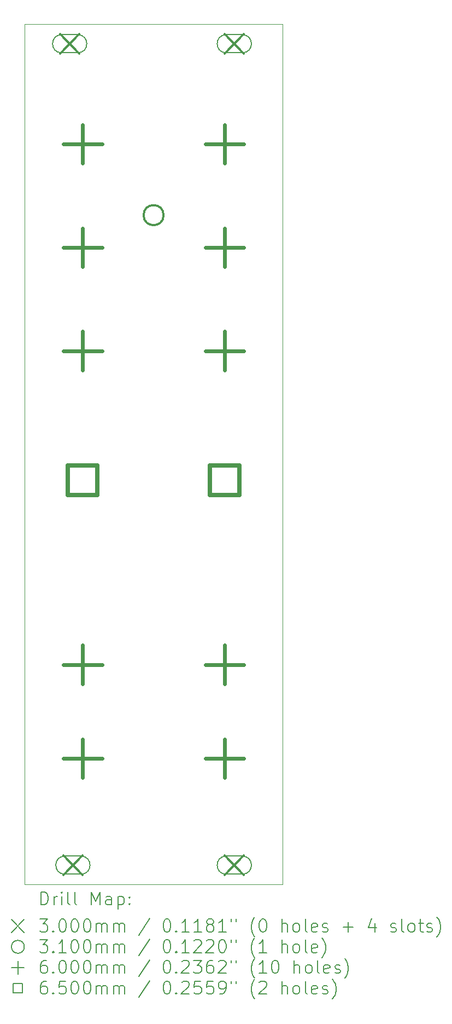
<source format=gbr>
%FSLAX45Y45*%
G04 Gerber Fmt 4.5, Leading zero omitted, Abs format (unit mm)*
G04 Created by KiCad (PCBNEW (6.0.1)) date 2022-02-07 18:00:14*
%MOMM*%
%LPD*%
G01*
G04 APERTURE LIST*
%TA.AperFunction,Profile*%
%ADD10C,0.050000*%
%TD*%
%ADD11C,0.200000*%
%ADD12C,0.300000*%
%ADD13C,0.310000*%
%ADD14C,0.600000*%
%ADD15C,0.650000*%
G04 APERTURE END LIST*
D10*
X11750000Y-1950000D02*
X11750000Y-14550000D01*
X11750000Y-1950000D02*
X15750000Y-1950000D01*
X15750000Y-1950000D02*
X15750000Y-15250000D01*
X15750000Y-15250000D02*
X11750000Y-15250000D01*
X11750000Y-15250000D02*
X11750000Y-14550000D01*
D11*
D12*
X12300000Y-2100000D02*
X12600000Y-2400000D01*
X12600000Y-2100000D02*
X12300000Y-2400000D01*
D11*
X12325000Y-2390000D02*
X12575000Y-2390000D01*
X12325000Y-2110000D02*
X12575000Y-2110000D01*
X12575000Y-2390000D02*
G75*
G03*
X12575000Y-2110000I0J140000D01*
G01*
X12325000Y-2110000D02*
G75*
G03*
X12325000Y-2390000I0J-140000D01*
G01*
D12*
X12350000Y-14800000D02*
X12650000Y-15100000D01*
X12650000Y-14800000D02*
X12350000Y-15100000D01*
D11*
X12375000Y-15090000D02*
X12625000Y-15090000D01*
X12375000Y-14810000D02*
X12625000Y-14810000D01*
X12625000Y-15090000D02*
G75*
G03*
X12625000Y-14810000I0J140000D01*
G01*
X12375000Y-14810000D02*
G75*
G03*
X12375000Y-15090000I0J-140000D01*
G01*
D12*
X14850000Y-2100000D02*
X15150000Y-2400000D01*
X15150000Y-2100000D02*
X14850000Y-2400000D01*
D11*
X14875000Y-2390000D02*
X15125000Y-2390000D01*
X14875000Y-2110000D02*
X15125000Y-2110000D01*
X15125000Y-2390000D02*
G75*
G03*
X15125000Y-2110000I0J140000D01*
G01*
X14875000Y-2110000D02*
G75*
G03*
X14875000Y-2390000I0J-140000D01*
G01*
D12*
X14850000Y-14800000D02*
X15150000Y-15100000D01*
X15150000Y-14800000D02*
X14850000Y-15100000D01*
D11*
X14875000Y-15090000D02*
X15125000Y-15090000D01*
X14875000Y-14810000D02*
X15125000Y-14810000D01*
X15125000Y-15090000D02*
G75*
G03*
X15125000Y-14810000I0J140000D01*
G01*
X14875000Y-14810000D02*
G75*
G03*
X14875000Y-15090000I0J-140000D01*
G01*
D13*
X13905000Y-4900000D02*
G75*
G03*
X13905000Y-4900000I-155000J0D01*
G01*
D14*
X12650000Y-3500000D02*
X12650000Y-4100000D01*
X12350000Y-3800000D02*
X12950000Y-3800000D01*
X12650000Y-5100000D02*
X12650000Y-5700000D01*
X12350000Y-5400000D02*
X12950000Y-5400000D01*
X12650000Y-6700000D02*
X12650000Y-7300000D01*
X12350000Y-7000000D02*
X12950000Y-7000000D01*
X12650000Y-11550000D02*
X12650000Y-12150000D01*
X12350000Y-11850000D02*
X12950000Y-11850000D01*
X12650000Y-13000000D02*
X12650000Y-13600000D01*
X12350000Y-13300000D02*
X12950000Y-13300000D01*
X14850000Y-3500000D02*
X14850000Y-4100000D01*
X14550000Y-3800000D02*
X15150000Y-3800000D01*
X14850000Y-5100000D02*
X14850000Y-5700000D01*
X14550000Y-5400000D02*
X15150000Y-5400000D01*
X14850000Y-6700000D02*
X14850000Y-7300000D01*
X14550000Y-7000000D02*
X15150000Y-7000000D01*
X14850000Y-11550000D02*
X14850000Y-12150000D01*
X14550000Y-11850000D02*
X15150000Y-11850000D01*
X14850000Y-13000000D02*
X14850000Y-13600000D01*
X14550000Y-13300000D02*
X15150000Y-13300000D01*
D15*
X12879812Y-9229812D02*
X12879812Y-8770188D01*
X12420188Y-8770188D01*
X12420188Y-9229812D01*
X12879812Y-9229812D01*
X15079812Y-9229812D02*
X15079812Y-8770188D01*
X14620188Y-8770188D01*
X14620188Y-9229812D01*
X15079812Y-9229812D01*
D11*
X12005119Y-15562976D02*
X12005119Y-15362976D01*
X12052738Y-15362976D01*
X12081309Y-15372500D01*
X12100357Y-15391548D01*
X12109881Y-15410595D01*
X12119405Y-15448690D01*
X12119405Y-15477262D01*
X12109881Y-15515357D01*
X12100357Y-15534405D01*
X12081309Y-15553452D01*
X12052738Y-15562976D01*
X12005119Y-15562976D01*
X12205119Y-15562976D02*
X12205119Y-15429643D01*
X12205119Y-15467738D02*
X12214643Y-15448690D01*
X12224166Y-15439167D01*
X12243214Y-15429643D01*
X12262262Y-15429643D01*
X12328928Y-15562976D02*
X12328928Y-15429643D01*
X12328928Y-15362976D02*
X12319405Y-15372500D01*
X12328928Y-15382024D01*
X12338452Y-15372500D01*
X12328928Y-15362976D01*
X12328928Y-15382024D01*
X12452738Y-15562976D02*
X12433690Y-15553452D01*
X12424166Y-15534405D01*
X12424166Y-15362976D01*
X12557500Y-15562976D02*
X12538452Y-15553452D01*
X12528928Y-15534405D01*
X12528928Y-15362976D01*
X12786071Y-15562976D02*
X12786071Y-15362976D01*
X12852738Y-15505833D01*
X12919405Y-15362976D01*
X12919405Y-15562976D01*
X13100357Y-15562976D02*
X13100357Y-15458214D01*
X13090833Y-15439167D01*
X13071786Y-15429643D01*
X13033690Y-15429643D01*
X13014643Y-15439167D01*
X13100357Y-15553452D02*
X13081309Y-15562976D01*
X13033690Y-15562976D01*
X13014643Y-15553452D01*
X13005119Y-15534405D01*
X13005119Y-15515357D01*
X13014643Y-15496309D01*
X13033690Y-15486786D01*
X13081309Y-15486786D01*
X13100357Y-15477262D01*
X13195595Y-15429643D02*
X13195595Y-15629643D01*
X13195595Y-15439167D02*
X13214643Y-15429643D01*
X13252738Y-15429643D01*
X13271786Y-15439167D01*
X13281309Y-15448690D01*
X13290833Y-15467738D01*
X13290833Y-15524881D01*
X13281309Y-15543928D01*
X13271786Y-15553452D01*
X13252738Y-15562976D01*
X13214643Y-15562976D01*
X13195595Y-15553452D01*
X13376547Y-15543928D02*
X13386071Y-15553452D01*
X13376547Y-15562976D01*
X13367024Y-15553452D01*
X13376547Y-15543928D01*
X13376547Y-15562976D01*
X13376547Y-15439167D02*
X13386071Y-15448690D01*
X13376547Y-15458214D01*
X13367024Y-15448690D01*
X13376547Y-15439167D01*
X13376547Y-15458214D01*
X11547500Y-15792500D02*
X11747500Y-15992500D01*
X11747500Y-15792500D02*
X11547500Y-15992500D01*
X11986071Y-15782976D02*
X12109881Y-15782976D01*
X12043214Y-15859167D01*
X12071786Y-15859167D01*
X12090833Y-15868690D01*
X12100357Y-15878214D01*
X12109881Y-15897262D01*
X12109881Y-15944881D01*
X12100357Y-15963928D01*
X12090833Y-15973452D01*
X12071786Y-15982976D01*
X12014643Y-15982976D01*
X11995595Y-15973452D01*
X11986071Y-15963928D01*
X12195595Y-15963928D02*
X12205119Y-15973452D01*
X12195595Y-15982976D01*
X12186071Y-15973452D01*
X12195595Y-15963928D01*
X12195595Y-15982976D01*
X12328928Y-15782976D02*
X12347976Y-15782976D01*
X12367024Y-15792500D01*
X12376547Y-15802024D01*
X12386071Y-15821071D01*
X12395595Y-15859167D01*
X12395595Y-15906786D01*
X12386071Y-15944881D01*
X12376547Y-15963928D01*
X12367024Y-15973452D01*
X12347976Y-15982976D01*
X12328928Y-15982976D01*
X12309881Y-15973452D01*
X12300357Y-15963928D01*
X12290833Y-15944881D01*
X12281309Y-15906786D01*
X12281309Y-15859167D01*
X12290833Y-15821071D01*
X12300357Y-15802024D01*
X12309881Y-15792500D01*
X12328928Y-15782976D01*
X12519405Y-15782976D02*
X12538452Y-15782976D01*
X12557500Y-15792500D01*
X12567024Y-15802024D01*
X12576547Y-15821071D01*
X12586071Y-15859167D01*
X12586071Y-15906786D01*
X12576547Y-15944881D01*
X12567024Y-15963928D01*
X12557500Y-15973452D01*
X12538452Y-15982976D01*
X12519405Y-15982976D01*
X12500357Y-15973452D01*
X12490833Y-15963928D01*
X12481309Y-15944881D01*
X12471786Y-15906786D01*
X12471786Y-15859167D01*
X12481309Y-15821071D01*
X12490833Y-15802024D01*
X12500357Y-15792500D01*
X12519405Y-15782976D01*
X12709881Y-15782976D02*
X12728928Y-15782976D01*
X12747976Y-15792500D01*
X12757500Y-15802024D01*
X12767024Y-15821071D01*
X12776547Y-15859167D01*
X12776547Y-15906786D01*
X12767024Y-15944881D01*
X12757500Y-15963928D01*
X12747976Y-15973452D01*
X12728928Y-15982976D01*
X12709881Y-15982976D01*
X12690833Y-15973452D01*
X12681309Y-15963928D01*
X12671786Y-15944881D01*
X12662262Y-15906786D01*
X12662262Y-15859167D01*
X12671786Y-15821071D01*
X12681309Y-15802024D01*
X12690833Y-15792500D01*
X12709881Y-15782976D01*
X12862262Y-15982976D02*
X12862262Y-15849643D01*
X12862262Y-15868690D02*
X12871786Y-15859167D01*
X12890833Y-15849643D01*
X12919405Y-15849643D01*
X12938452Y-15859167D01*
X12947976Y-15878214D01*
X12947976Y-15982976D01*
X12947976Y-15878214D02*
X12957500Y-15859167D01*
X12976547Y-15849643D01*
X13005119Y-15849643D01*
X13024166Y-15859167D01*
X13033690Y-15878214D01*
X13033690Y-15982976D01*
X13128928Y-15982976D02*
X13128928Y-15849643D01*
X13128928Y-15868690D02*
X13138452Y-15859167D01*
X13157500Y-15849643D01*
X13186071Y-15849643D01*
X13205119Y-15859167D01*
X13214643Y-15878214D01*
X13214643Y-15982976D01*
X13214643Y-15878214D02*
X13224166Y-15859167D01*
X13243214Y-15849643D01*
X13271786Y-15849643D01*
X13290833Y-15859167D01*
X13300357Y-15878214D01*
X13300357Y-15982976D01*
X13690833Y-15773452D02*
X13519405Y-16030595D01*
X13947976Y-15782976D02*
X13967024Y-15782976D01*
X13986071Y-15792500D01*
X13995595Y-15802024D01*
X14005119Y-15821071D01*
X14014643Y-15859167D01*
X14014643Y-15906786D01*
X14005119Y-15944881D01*
X13995595Y-15963928D01*
X13986071Y-15973452D01*
X13967024Y-15982976D01*
X13947976Y-15982976D01*
X13928928Y-15973452D01*
X13919405Y-15963928D01*
X13909881Y-15944881D01*
X13900357Y-15906786D01*
X13900357Y-15859167D01*
X13909881Y-15821071D01*
X13919405Y-15802024D01*
X13928928Y-15792500D01*
X13947976Y-15782976D01*
X14100357Y-15963928D02*
X14109881Y-15973452D01*
X14100357Y-15982976D01*
X14090833Y-15973452D01*
X14100357Y-15963928D01*
X14100357Y-15982976D01*
X14300357Y-15982976D02*
X14186071Y-15982976D01*
X14243214Y-15982976D02*
X14243214Y-15782976D01*
X14224166Y-15811548D01*
X14205119Y-15830595D01*
X14186071Y-15840119D01*
X14490833Y-15982976D02*
X14376547Y-15982976D01*
X14433690Y-15982976D02*
X14433690Y-15782976D01*
X14414643Y-15811548D01*
X14395595Y-15830595D01*
X14376547Y-15840119D01*
X14605119Y-15868690D02*
X14586071Y-15859167D01*
X14576547Y-15849643D01*
X14567024Y-15830595D01*
X14567024Y-15821071D01*
X14576547Y-15802024D01*
X14586071Y-15792500D01*
X14605119Y-15782976D01*
X14643214Y-15782976D01*
X14662262Y-15792500D01*
X14671786Y-15802024D01*
X14681309Y-15821071D01*
X14681309Y-15830595D01*
X14671786Y-15849643D01*
X14662262Y-15859167D01*
X14643214Y-15868690D01*
X14605119Y-15868690D01*
X14586071Y-15878214D01*
X14576547Y-15887738D01*
X14567024Y-15906786D01*
X14567024Y-15944881D01*
X14576547Y-15963928D01*
X14586071Y-15973452D01*
X14605119Y-15982976D01*
X14643214Y-15982976D01*
X14662262Y-15973452D01*
X14671786Y-15963928D01*
X14681309Y-15944881D01*
X14681309Y-15906786D01*
X14671786Y-15887738D01*
X14662262Y-15878214D01*
X14643214Y-15868690D01*
X14871786Y-15982976D02*
X14757500Y-15982976D01*
X14814643Y-15982976D02*
X14814643Y-15782976D01*
X14795595Y-15811548D01*
X14776547Y-15830595D01*
X14757500Y-15840119D01*
X14947976Y-15782976D02*
X14947976Y-15821071D01*
X15024166Y-15782976D02*
X15024166Y-15821071D01*
X15319405Y-16059167D02*
X15309881Y-16049643D01*
X15290833Y-16021071D01*
X15281309Y-16002024D01*
X15271786Y-15973452D01*
X15262262Y-15925833D01*
X15262262Y-15887738D01*
X15271786Y-15840119D01*
X15281309Y-15811548D01*
X15290833Y-15792500D01*
X15309881Y-15763928D01*
X15319405Y-15754405D01*
X15433690Y-15782976D02*
X15452738Y-15782976D01*
X15471786Y-15792500D01*
X15481309Y-15802024D01*
X15490833Y-15821071D01*
X15500357Y-15859167D01*
X15500357Y-15906786D01*
X15490833Y-15944881D01*
X15481309Y-15963928D01*
X15471786Y-15973452D01*
X15452738Y-15982976D01*
X15433690Y-15982976D01*
X15414643Y-15973452D01*
X15405119Y-15963928D01*
X15395595Y-15944881D01*
X15386071Y-15906786D01*
X15386071Y-15859167D01*
X15395595Y-15821071D01*
X15405119Y-15802024D01*
X15414643Y-15792500D01*
X15433690Y-15782976D01*
X15738452Y-15982976D02*
X15738452Y-15782976D01*
X15824166Y-15982976D02*
X15824166Y-15878214D01*
X15814643Y-15859167D01*
X15795595Y-15849643D01*
X15767024Y-15849643D01*
X15747976Y-15859167D01*
X15738452Y-15868690D01*
X15947976Y-15982976D02*
X15928928Y-15973452D01*
X15919405Y-15963928D01*
X15909881Y-15944881D01*
X15909881Y-15887738D01*
X15919405Y-15868690D01*
X15928928Y-15859167D01*
X15947976Y-15849643D01*
X15976547Y-15849643D01*
X15995595Y-15859167D01*
X16005119Y-15868690D01*
X16014643Y-15887738D01*
X16014643Y-15944881D01*
X16005119Y-15963928D01*
X15995595Y-15973452D01*
X15976547Y-15982976D01*
X15947976Y-15982976D01*
X16128928Y-15982976D02*
X16109881Y-15973452D01*
X16100357Y-15954405D01*
X16100357Y-15782976D01*
X16281309Y-15973452D02*
X16262262Y-15982976D01*
X16224166Y-15982976D01*
X16205119Y-15973452D01*
X16195595Y-15954405D01*
X16195595Y-15878214D01*
X16205119Y-15859167D01*
X16224166Y-15849643D01*
X16262262Y-15849643D01*
X16281309Y-15859167D01*
X16290833Y-15878214D01*
X16290833Y-15897262D01*
X16195595Y-15916309D01*
X16367024Y-15973452D02*
X16386071Y-15982976D01*
X16424166Y-15982976D01*
X16443214Y-15973452D01*
X16452738Y-15954405D01*
X16452738Y-15944881D01*
X16443214Y-15925833D01*
X16424166Y-15916309D01*
X16395595Y-15916309D01*
X16376547Y-15906786D01*
X16367024Y-15887738D01*
X16367024Y-15878214D01*
X16376547Y-15859167D01*
X16395595Y-15849643D01*
X16424166Y-15849643D01*
X16443214Y-15859167D01*
X16690833Y-15906786D02*
X16843214Y-15906786D01*
X16767024Y-15982976D02*
X16767024Y-15830595D01*
X17176548Y-15849643D02*
X17176548Y-15982976D01*
X17128928Y-15773452D02*
X17081309Y-15916309D01*
X17205119Y-15916309D01*
X17424167Y-15973452D02*
X17443214Y-15982976D01*
X17481309Y-15982976D01*
X17500357Y-15973452D01*
X17509881Y-15954405D01*
X17509881Y-15944881D01*
X17500357Y-15925833D01*
X17481309Y-15916309D01*
X17452738Y-15916309D01*
X17433690Y-15906786D01*
X17424167Y-15887738D01*
X17424167Y-15878214D01*
X17433690Y-15859167D01*
X17452738Y-15849643D01*
X17481309Y-15849643D01*
X17500357Y-15859167D01*
X17624167Y-15982976D02*
X17605119Y-15973452D01*
X17595595Y-15954405D01*
X17595595Y-15782976D01*
X17728928Y-15982976D02*
X17709881Y-15973452D01*
X17700357Y-15963928D01*
X17690833Y-15944881D01*
X17690833Y-15887738D01*
X17700357Y-15868690D01*
X17709881Y-15859167D01*
X17728928Y-15849643D01*
X17757500Y-15849643D01*
X17776548Y-15859167D01*
X17786071Y-15868690D01*
X17795595Y-15887738D01*
X17795595Y-15944881D01*
X17786071Y-15963928D01*
X17776548Y-15973452D01*
X17757500Y-15982976D01*
X17728928Y-15982976D01*
X17852738Y-15849643D02*
X17928928Y-15849643D01*
X17881309Y-15782976D02*
X17881309Y-15954405D01*
X17890833Y-15973452D01*
X17909881Y-15982976D01*
X17928928Y-15982976D01*
X17986071Y-15973452D02*
X18005119Y-15982976D01*
X18043214Y-15982976D01*
X18062262Y-15973452D01*
X18071786Y-15954405D01*
X18071786Y-15944881D01*
X18062262Y-15925833D01*
X18043214Y-15916309D01*
X18014643Y-15916309D01*
X17995595Y-15906786D01*
X17986071Y-15887738D01*
X17986071Y-15878214D01*
X17995595Y-15859167D01*
X18014643Y-15849643D01*
X18043214Y-15849643D01*
X18062262Y-15859167D01*
X18138452Y-16059167D02*
X18147976Y-16049643D01*
X18167024Y-16021071D01*
X18176548Y-16002024D01*
X18186071Y-15973452D01*
X18195595Y-15925833D01*
X18195595Y-15887738D01*
X18186071Y-15840119D01*
X18176548Y-15811548D01*
X18167024Y-15792500D01*
X18147976Y-15763928D01*
X18138452Y-15754405D01*
X11747500Y-16212500D02*
G75*
G03*
X11747500Y-16212500I-100000J0D01*
G01*
X11986071Y-16102976D02*
X12109881Y-16102976D01*
X12043214Y-16179167D01*
X12071786Y-16179167D01*
X12090833Y-16188690D01*
X12100357Y-16198214D01*
X12109881Y-16217262D01*
X12109881Y-16264881D01*
X12100357Y-16283928D01*
X12090833Y-16293452D01*
X12071786Y-16302976D01*
X12014643Y-16302976D01*
X11995595Y-16293452D01*
X11986071Y-16283928D01*
X12195595Y-16283928D02*
X12205119Y-16293452D01*
X12195595Y-16302976D01*
X12186071Y-16293452D01*
X12195595Y-16283928D01*
X12195595Y-16302976D01*
X12395595Y-16302976D02*
X12281309Y-16302976D01*
X12338452Y-16302976D02*
X12338452Y-16102976D01*
X12319405Y-16131548D01*
X12300357Y-16150595D01*
X12281309Y-16160119D01*
X12519405Y-16102976D02*
X12538452Y-16102976D01*
X12557500Y-16112500D01*
X12567024Y-16122024D01*
X12576547Y-16141071D01*
X12586071Y-16179167D01*
X12586071Y-16226786D01*
X12576547Y-16264881D01*
X12567024Y-16283928D01*
X12557500Y-16293452D01*
X12538452Y-16302976D01*
X12519405Y-16302976D01*
X12500357Y-16293452D01*
X12490833Y-16283928D01*
X12481309Y-16264881D01*
X12471786Y-16226786D01*
X12471786Y-16179167D01*
X12481309Y-16141071D01*
X12490833Y-16122024D01*
X12500357Y-16112500D01*
X12519405Y-16102976D01*
X12709881Y-16102976D02*
X12728928Y-16102976D01*
X12747976Y-16112500D01*
X12757500Y-16122024D01*
X12767024Y-16141071D01*
X12776547Y-16179167D01*
X12776547Y-16226786D01*
X12767024Y-16264881D01*
X12757500Y-16283928D01*
X12747976Y-16293452D01*
X12728928Y-16302976D01*
X12709881Y-16302976D01*
X12690833Y-16293452D01*
X12681309Y-16283928D01*
X12671786Y-16264881D01*
X12662262Y-16226786D01*
X12662262Y-16179167D01*
X12671786Y-16141071D01*
X12681309Y-16122024D01*
X12690833Y-16112500D01*
X12709881Y-16102976D01*
X12862262Y-16302976D02*
X12862262Y-16169643D01*
X12862262Y-16188690D02*
X12871786Y-16179167D01*
X12890833Y-16169643D01*
X12919405Y-16169643D01*
X12938452Y-16179167D01*
X12947976Y-16198214D01*
X12947976Y-16302976D01*
X12947976Y-16198214D02*
X12957500Y-16179167D01*
X12976547Y-16169643D01*
X13005119Y-16169643D01*
X13024166Y-16179167D01*
X13033690Y-16198214D01*
X13033690Y-16302976D01*
X13128928Y-16302976D02*
X13128928Y-16169643D01*
X13128928Y-16188690D02*
X13138452Y-16179167D01*
X13157500Y-16169643D01*
X13186071Y-16169643D01*
X13205119Y-16179167D01*
X13214643Y-16198214D01*
X13214643Y-16302976D01*
X13214643Y-16198214D02*
X13224166Y-16179167D01*
X13243214Y-16169643D01*
X13271786Y-16169643D01*
X13290833Y-16179167D01*
X13300357Y-16198214D01*
X13300357Y-16302976D01*
X13690833Y-16093452D02*
X13519405Y-16350595D01*
X13947976Y-16102976D02*
X13967024Y-16102976D01*
X13986071Y-16112500D01*
X13995595Y-16122024D01*
X14005119Y-16141071D01*
X14014643Y-16179167D01*
X14014643Y-16226786D01*
X14005119Y-16264881D01*
X13995595Y-16283928D01*
X13986071Y-16293452D01*
X13967024Y-16302976D01*
X13947976Y-16302976D01*
X13928928Y-16293452D01*
X13919405Y-16283928D01*
X13909881Y-16264881D01*
X13900357Y-16226786D01*
X13900357Y-16179167D01*
X13909881Y-16141071D01*
X13919405Y-16122024D01*
X13928928Y-16112500D01*
X13947976Y-16102976D01*
X14100357Y-16283928D02*
X14109881Y-16293452D01*
X14100357Y-16302976D01*
X14090833Y-16293452D01*
X14100357Y-16283928D01*
X14100357Y-16302976D01*
X14300357Y-16302976D02*
X14186071Y-16302976D01*
X14243214Y-16302976D02*
X14243214Y-16102976D01*
X14224166Y-16131548D01*
X14205119Y-16150595D01*
X14186071Y-16160119D01*
X14376547Y-16122024D02*
X14386071Y-16112500D01*
X14405119Y-16102976D01*
X14452738Y-16102976D01*
X14471786Y-16112500D01*
X14481309Y-16122024D01*
X14490833Y-16141071D01*
X14490833Y-16160119D01*
X14481309Y-16188690D01*
X14367024Y-16302976D01*
X14490833Y-16302976D01*
X14567024Y-16122024D02*
X14576547Y-16112500D01*
X14595595Y-16102976D01*
X14643214Y-16102976D01*
X14662262Y-16112500D01*
X14671786Y-16122024D01*
X14681309Y-16141071D01*
X14681309Y-16160119D01*
X14671786Y-16188690D01*
X14557500Y-16302976D01*
X14681309Y-16302976D01*
X14805119Y-16102976D02*
X14824166Y-16102976D01*
X14843214Y-16112500D01*
X14852738Y-16122024D01*
X14862262Y-16141071D01*
X14871786Y-16179167D01*
X14871786Y-16226786D01*
X14862262Y-16264881D01*
X14852738Y-16283928D01*
X14843214Y-16293452D01*
X14824166Y-16302976D01*
X14805119Y-16302976D01*
X14786071Y-16293452D01*
X14776547Y-16283928D01*
X14767024Y-16264881D01*
X14757500Y-16226786D01*
X14757500Y-16179167D01*
X14767024Y-16141071D01*
X14776547Y-16122024D01*
X14786071Y-16112500D01*
X14805119Y-16102976D01*
X14947976Y-16102976D02*
X14947976Y-16141071D01*
X15024166Y-16102976D02*
X15024166Y-16141071D01*
X15319405Y-16379167D02*
X15309881Y-16369643D01*
X15290833Y-16341071D01*
X15281309Y-16322024D01*
X15271786Y-16293452D01*
X15262262Y-16245833D01*
X15262262Y-16207738D01*
X15271786Y-16160119D01*
X15281309Y-16131548D01*
X15290833Y-16112500D01*
X15309881Y-16083928D01*
X15319405Y-16074405D01*
X15500357Y-16302976D02*
X15386071Y-16302976D01*
X15443214Y-16302976D02*
X15443214Y-16102976D01*
X15424166Y-16131548D01*
X15405119Y-16150595D01*
X15386071Y-16160119D01*
X15738452Y-16302976D02*
X15738452Y-16102976D01*
X15824166Y-16302976D02*
X15824166Y-16198214D01*
X15814643Y-16179167D01*
X15795595Y-16169643D01*
X15767024Y-16169643D01*
X15747976Y-16179167D01*
X15738452Y-16188690D01*
X15947976Y-16302976D02*
X15928928Y-16293452D01*
X15919405Y-16283928D01*
X15909881Y-16264881D01*
X15909881Y-16207738D01*
X15919405Y-16188690D01*
X15928928Y-16179167D01*
X15947976Y-16169643D01*
X15976547Y-16169643D01*
X15995595Y-16179167D01*
X16005119Y-16188690D01*
X16014643Y-16207738D01*
X16014643Y-16264881D01*
X16005119Y-16283928D01*
X15995595Y-16293452D01*
X15976547Y-16302976D01*
X15947976Y-16302976D01*
X16128928Y-16302976D02*
X16109881Y-16293452D01*
X16100357Y-16274405D01*
X16100357Y-16102976D01*
X16281309Y-16293452D02*
X16262262Y-16302976D01*
X16224166Y-16302976D01*
X16205119Y-16293452D01*
X16195595Y-16274405D01*
X16195595Y-16198214D01*
X16205119Y-16179167D01*
X16224166Y-16169643D01*
X16262262Y-16169643D01*
X16281309Y-16179167D01*
X16290833Y-16198214D01*
X16290833Y-16217262D01*
X16195595Y-16236309D01*
X16357500Y-16379167D02*
X16367024Y-16369643D01*
X16386071Y-16341071D01*
X16395595Y-16322024D01*
X16405119Y-16293452D01*
X16414643Y-16245833D01*
X16414643Y-16207738D01*
X16405119Y-16160119D01*
X16395595Y-16131548D01*
X16386071Y-16112500D01*
X16367024Y-16083928D01*
X16357500Y-16074405D01*
X11647500Y-16432500D02*
X11647500Y-16632500D01*
X11547500Y-16532500D02*
X11747500Y-16532500D01*
X12090833Y-16422976D02*
X12052738Y-16422976D01*
X12033690Y-16432500D01*
X12024166Y-16442024D01*
X12005119Y-16470595D01*
X11995595Y-16508690D01*
X11995595Y-16584881D01*
X12005119Y-16603928D01*
X12014643Y-16613452D01*
X12033690Y-16622976D01*
X12071786Y-16622976D01*
X12090833Y-16613452D01*
X12100357Y-16603928D01*
X12109881Y-16584881D01*
X12109881Y-16537262D01*
X12100357Y-16518214D01*
X12090833Y-16508690D01*
X12071786Y-16499167D01*
X12033690Y-16499167D01*
X12014643Y-16508690D01*
X12005119Y-16518214D01*
X11995595Y-16537262D01*
X12195595Y-16603928D02*
X12205119Y-16613452D01*
X12195595Y-16622976D01*
X12186071Y-16613452D01*
X12195595Y-16603928D01*
X12195595Y-16622976D01*
X12328928Y-16422976D02*
X12347976Y-16422976D01*
X12367024Y-16432500D01*
X12376547Y-16442024D01*
X12386071Y-16461071D01*
X12395595Y-16499167D01*
X12395595Y-16546786D01*
X12386071Y-16584881D01*
X12376547Y-16603928D01*
X12367024Y-16613452D01*
X12347976Y-16622976D01*
X12328928Y-16622976D01*
X12309881Y-16613452D01*
X12300357Y-16603928D01*
X12290833Y-16584881D01*
X12281309Y-16546786D01*
X12281309Y-16499167D01*
X12290833Y-16461071D01*
X12300357Y-16442024D01*
X12309881Y-16432500D01*
X12328928Y-16422976D01*
X12519405Y-16422976D02*
X12538452Y-16422976D01*
X12557500Y-16432500D01*
X12567024Y-16442024D01*
X12576547Y-16461071D01*
X12586071Y-16499167D01*
X12586071Y-16546786D01*
X12576547Y-16584881D01*
X12567024Y-16603928D01*
X12557500Y-16613452D01*
X12538452Y-16622976D01*
X12519405Y-16622976D01*
X12500357Y-16613452D01*
X12490833Y-16603928D01*
X12481309Y-16584881D01*
X12471786Y-16546786D01*
X12471786Y-16499167D01*
X12481309Y-16461071D01*
X12490833Y-16442024D01*
X12500357Y-16432500D01*
X12519405Y-16422976D01*
X12709881Y-16422976D02*
X12728928Y-16422976D01*
X12747976Y-16432500D01*
X12757500Y-16442024D01*
X12767024Y-16461071D01*
X12776547Y-16499167D01*
X12776547Y-16546786D01*
X12767024Y-16584881D01*
X12757500Y-16603928D01*
X12747976Y-16613452D01*
X12728928Y-16622976D01*
X12709881Y-16622976D01*
X12690833Y-16613452D01*
X12681309Y-16603928D01*
X12671786Y-16584881D01*
X12662262Y-16546786D01*
X12662262Y-16499167D01*
X12671786Y-16461071D01*
X12681309Y-16442024D01*
X12690833Y-16432500D01*
X12709881Y-16422976D01*
X12862262Y-16622976D02*
X12862262Y-16489643D01*
X12862262Y-16508690D02*
X12871786Y-16499167D01*
X12890833Y-16489643D01*
X12919405Y-16489643D01*
X12938452Y-16499167D01*
X12947976Y-16518214D01*
X12947976Y-16622976D01*
X12947976Y-16518214D02*
X12957500Y-16499167D01*
X12976547Y-16489643D01*
X13005119Y-16489643D01*
X13024166Y-16499167D01*
X13033690Y-16518214D01*
X13033690Y-16622976D01*
X13128928Y-16622976D02*
X13128928Y-16489643D01*
X13128928Y-16508690D02*
X13138452Y-16499167D01*
X13157500Y-16489643D01*
X13186071Y-16489643D01*
X13205119Y-16499167D01*
X13214643Y-16518214D01*
X13214643Y-16622976D01*
X13214643Y-16518214D02*
X13224166Y-16499167D01*
X13243214Y-16489643D01*
X13271786Y-16489643D01*
X13290833Y-16499167D01*
X13300357Y-16518214D01*
X13300357Y-16622976D01*
X13690833Y-16413452D02*
X13519405Y-16670595D01*
X13947976Y-16422976D02*
X13967024Y-16422976D01*
X13986071Y-16432500D01*
X13995595Y-16442024D01*
X14005119Y-16461071D01*
X14014643Y-16499167D01*
X14014643Y-16546786D01*
X14005119Y-16584881D01*
X13995595Y-16603928D01*
X13986071Y-16613452D01*
X13967024Y-16622976D01*
X13947976Y-16622976D01*
X13928928Y-16613452D01*
X13919405Y-16603928D01*
X13909881Y-16584881D01*
X13900357Y-16546786D01*
X13900357Y-16499167D01*
X13909881Y-16461071D01*
X13919405Y-16442024D01*
X13928928Y-16432500D01*
X13947976Y-16422976D01*
X14100357Y-16603928D02*
X14109881Y-16613452D01*
X14100357Y-16622976D01*
X14090833Y-16613452D01*
X14100357Y-16603928D01*
X14100357Y-16622976D01*
X14186071Y-16442024D02*
X14195595Y-16432500D01*
X14214643Y-16422976D01*
X14262262Y-16422976D01*
X14281309Y-16432500D01*
X14290833Y-16442024D01*
X14300357Y-16461071D01*
X14300357Y-16480119D01*
X14290833Y-16508690D01*
X14176547Y-16622976D01*
X14300357Y-16622976D01*
X14367024Y-16422976D02*
X14490833Y-16422976D01*
X14424166Y-16499167D01*
X14452738Y-16499167D01*
X14471786Y-16508690D01*
X14481309Y-16518214D01*
X14490833Y-16537262D01*
X14490833Y-16584881D01*
X14481309Y-16603928D01*
X14471786Y-16613452D01*
X14452738Y-16622976D01*
X14395595Y-16622976D01*
X14376547Y-16613452D01*
X14367024Y-16603928D01*
X14662262Y-16422976D02*
X14624166Y-16422976D01*
X14605119Y-16432500D01*
X14595595Y-16442024D01*
X14576547Y-16470595D01*
X14567024Y-16508690D01*
X14567024Y-16584881D01*
X14576547Y-16603928D01*
X14586071Y-16613452D01*
X14605119Y-16622976D01*
X14643214Y-16622976D01*
X14662262Y-16613452D01*
X14671786Y-16603928D01*
X14681309Y-16584881D01*
X14681309Y-16537262D01*
X14671786Y-16518214D01*
X14662262Y-16508690D01*
X14643214Y-16499167D01*
X14605119Y-16499167D01*
X14586071Y-16508690D01*
X14576547Y-16518214D01*
X14567024Y-16537262D01*
X14757500Y-16442024D02*
X14767024Y-16432500D01*
X14786071Y-16422976D01*
X14833690Y-16422976D01*
X14852738Y-16432500D01*
X14862262Y-16442024D01*
X14871786Y-16461071D01*
X14871786Y-16480119D01*
X14862262Y-16508690D01*
X14747976Y-16622976D01*
X14871786Y-16622976D01*
X14947976Y-16422976D02*
X14947976Y-16461071D01*
X15024166Y-16422976D02*
X15024166Y-16461071D01*
X15319405Y-16699167D02*
X15309881Y-16689643D01*
X15290833Y-16661071D01*
X15281309Y-16642024D01*
X15271786Y-16613452D01*
X15262262Y-16565833D01*
X15262262Y-16527738D01*
X15271786Y-16480119D01*
X15281309Y-16451548D01*
X15290833Y-16432500D01*
X15309881Y-16403928D01*
X15319405Y-16394405D01*
X15500357Y-16622976D02*
X15386071Y-16622976D01*
X15443214Y-16622976D02*
X15443214Y-16422976D01*
X15424166Y-16451548D01*
X15405119Y-16470595D01*
X15386071Y-16480119D01*
X15624166Y-16422976D02*
X15643214Y-16422976D01*
X15662262Y-16432500D01*
X15671786Y-16442024D01*
X15681309Y-16461071D01*
X15690833Y-16499167D01*
X15690833Y-16546786D01*
X15681309Y-16584881D01*
X15671786Y-16603928D01*
X15662262Y-16613452D01*
X15643214Y-16622976D01*
X15624166Y-16622976D01*
X15605119Y-16613452D01*
X15595595Y-16603928D01*
X15586071Y-16584881D01*
X15576547Y-16546786D01*
X15576547Y-16499167D01*
X15586071Y-16461071D01*
X15595595Y-16442024D01*
X15605119Y-16432500D01*
X15624166Y-16422976D01*
X15928928Y-16622976D02*
X15928928Y-16422976D01*
X16014643Y-16622976D02*
X16014643Y-16518214D01*
X16005119Y-16499167D01*
X15986071Y-16489643D01*
X15957500Y-16489643D01*
X15938452Y-16499167D01*
X15928928Y-16508690D01*
X16138452Y-16622976D02*
X16119405Y-16613452D01*
X16109881Y-16603928D01*
X16100357Y-16584881D01*
X16100357Y-16527738D01*
X16109881Y-16508690D01*
X16119405Y-16499167D01*
X16138452Y-16489643D01*
X16167024Y-16489643D01*
X16186071Y-16499167D01*
X16195595Y-16508690D01*
X16205119Y-16527738D01*
X16205119Y-16584881D01*
X16195595Y-16603928D01*
X16186071Y-16613452D01*
X16167024Y-16622976D01*
X16138452Y-16622976D01*
X16319405Y-16622976D02*
X16300357Y-16613452D01*
X16290833Y-16594405D01*
X16290833Y-16422976D01*
X16471786Y-16613452D02*
X16452738Y-16622976D01*
X16414643Y-16622976D01*
X16395595Y-16613452D01*
X16386071Y-16594405D01*
X16386071Y-16518214D01*
X16395595Y-16499167D01*
X16414643Y-16489643D01*
X16452738Y-16489643D01*
X16471786Y-16499167D01*
X16481309Y-16518214D01*
X16481309Y-16537262D01*
X16386071Y-16556309D01*
X16557500Y-16613452D02*
X16576547Y-16622976D01*
X16614643Y-16622976D01*
X16633690Y-16613452D01*
X16643214Y-16594405D01*
X16643214Y-16584881D01*
X16633690Y-16565833D01*
X16614643Y-16556309D01*
X16586071Y-16556309D01*
X16567024Y-16546786D01*
X16557500Y-16527738D01*
X16557500Y-16518214D01*
X16567024Y-16499167D01*
X16586071Y-16489643D01*
X16614643Y-16489643D01*
X16633690Y-16499167D01*
X16709881Y-16699167D02*
X16719405Y-16689643D01*
X16738452Y-16661071D01*
X16747976Y-16642024D01*
X16757500Y-16613452D01*
X16767024Y-16565833D01*
X16767024Y-16527738D01*
X16757500Y-16480119D01*
X16747976Y-16451548D01*
X16738452Y-16432500D01*
X16719405Y-16403928D01*
X16709881Y-16394405D01*
X11718211Y-16923211D02*
X11718211Y-16781789D01*
X11576788Y-16781789D01*
X11576788Y-16923211D01*
X11718211Y-16923211D01*
X12090833Y-16742976D02*
X12052738Y-16742976D01*
X12033690Y-16752500D01*
X12024166Y-16762024D01*
X12005119Y-16790595D01*
X11995595Y-16828690D01*
X11995595Y-16904881D01*
X12005119Y-16923929D01*
X12014643Y-16933452D01*
X12033690Y-16942976D01*
X12071786Y-16942976D01*
X12090833Y-16933452D01*
X12100357Y-16923929D01*
X12109881Y-16904881D01*
X12109881Y-16857262D01*
X12100357Y-16838214D01*
X12090833Y-16828690D01*
X12071786Y-16819167D01*
X12033690Y-16819167D01*
X12014643Y-16828690D01*
X12005119Y-16838214D01*
X11995595Y-16857262D01*
X12195595Y-16923929D02*
X12205119Y-16933452D01*
X12195595Y-16942976D01*
X12186071Y-16933452D01*
X12195595Y-16923929D01*
X12195595Y-16942976D01*
X12386071Y-16742976D02*
X12290833Y-16742976D01*
X12281309Y-16838214D01*
X12290833Y-16828690D01*
X12309881Y-16819167D01*
X12357500Y-16819167D01*
X12376547Y-16828690D01*
X12386071Y-16838214D01*
X12395595Y-16857262D01*
X12395595Y-16904881D01*
X12386071Y-16923929D01*
X12376547Y-16933452D01*
X12357500Y-16942976D01*
X12309881Y-16942976D01*
X12290833Y-16933452D01*
X12281309Y-16923929D01*
X12519405Y-16742976D02*
X12538452Y-16742976D01*
X12557500Y-16752500D01*
X12567024Y-16762024D01*
X12576547Y-16781071D01*
X12586071Y-16819167D01*
X12586071Y-16866786D01*
X12576547Y-16904881D01*
X12567024Y-16923929D01*
X12557500Y-16933452D01*
X12538452Y-16942976D01*
X12519405Y-16942976D01*
X12500357Y-16933452D01*
X12490833Y-16923929D01*
X12481309Y-16904881D01*
X12471786Y-16866786D01*
X12471786Y-16819167D01*
X12481309Y-16781071D01*
X12490833Y-16762024D01*
X12500357Y-16752500D01*
X12519405Y-16742976D01*
X12709881Y-16742976D02*
X12728928Y-16742976D01*
X12747976Y-16752500D01*
X12757500Y-16762024D01*
X12767024Y-16781071D01*
X12776547Y-16819167D01*
X12776547Y-16866786D01*
X12767024Y-16904881D01*
X12757500Y-16923929D01*
X12747976Y-16933452D01*
X12728928Y-16942976D01*
X12709881Y-16942976D01*
X12690833Y-16933452D01*
X12681309Y-16923929D01*
X12671786Y-16904881D01*
X12662262Y-16866786D01*
X12662262Y-16819167D01*
X12671786Y-16781071D01*
X12681309Y-16762024D01*
X12690833Y-16752500D01*
X12709881Y-16742976D01*
X12862262Y-16942976D02*
X12862262Y-16809643D01*
X12862262Y-16828690D02*
X12871786Y-16819167D01*
X12890833Y-16809643D01*
X12919405Y-16809643D01*
X12938452Y-16819167D01*
X12947976Y-16838214D01*
X12947976Y-16942976D01*
X12947976Y-16838214D02*
X12957500Y-16819167D01*
X12976547Y-16809643D01*
X13005119Y-16809643D01*
X13024166Y-16819167D01*
X13033690Y-16838214D01*
X13033690Y-16942976D01*
X13128928Y-16942976D02*
X13128928Y-16809643D01*
X13128928Y-16828690D02*
X13138452Y-16819167D01*
X13157500Y-16809643D01*
X13186071Y-16809643D01*
X13205119Y-16819167D01*
X13214643Y-16838214D01*
X13214643Y-16942976D01*
X13214643Y-16838214D02*
X13224166Y-16819167D01*
X13243214Y-16809643D01*
X13271786Y-16809643D01*
X13290833Y-16819167D01*
X13300357Y-16838214D01*
X13300357Y-16942976D01*
X13690833Y-16733452D02*
X13519405Y-16990595D01*
X13947976Y-16742976D02*
X13967024Y-16742976D01*
X13986071Y-16752500D01*
X13995595Y-16762024D01*
X14005119Y-16781071D01*
X14014643Y-16819167D01*
X14014643Y-16866786D01*
X14005119Y-16904881D01*
X13995595Y-16923929D01*
X13986071Y-16933452D01*
X13967024Y-16942976D01*
X13947976Y-16942976D01*
X13928928Y-16933452D01*
X13919405Y-16923929D01*
X13909881Y-16904881D01*
X13900357Y-16866786D01*
X13900357Y-16819167D01*
X13909881Y-16781071D01*
X13919405Y-16762024D01*
X13928928Y-16752500D01*
X13947976Y-16742976D01*
X14100357Y-16923929D02*
X14109881Y-16933452D01*
X14100357Y-16942976D01*
X14090833Y-16933452D01*
X14100357Y-16923929D01*
X14100357Y-16942976D01*
X14186071Y-16762024D02*
X14195595Y-16752500D01*
X14214643Y-16742976D01*
X14262262Y-16742976D01*
X14281309Y-16752500D01*
X14290833Y-16762024D01*
X14300357Y-16781071D01*
X14300357Y-16800119D01*
X14290833Y-16828690D01*
X14176547Y-16942976D01*
X14300357Y-16942976D01*
X14481309Y-16742976D02*
X14386071Y-16742976D01*
X14376547Y-16838214D01*
X14386071Y-16828690D01*
X14405119Y-16819167D01*
X14452738Y-16819167D01*
X14471786Y-16828690D01*
X14481309Y-16838214D01*
X14490833Y-16857262D01*
X14490833Y-16904881D01*
X14481309Y-16923929D01*
X14471786Y-16933452D01*
X14452738Y-16942976D01*
X14405119Y-16942976D01*
X14386071Y-16933452D01*
X14376547Y-16923929D01*
X14671786Y-16742976D02*
X14576547Y-16742976D01*
X14567024Y-16838214D01*
X14576547Y-16828690D01*
X14595595Y-16819167D01*
X14643214Y-16819167D01*
X14662262Y-16828690D01*
X14671786Y-16838214D01*
X14681309Y-16857262D01*
X14681309Y-16904881D01*
X14671786Y-16923929D01*
X14662262Y-16933452D01*
X14643214Y-16942976D01*
X14595595Y-16942976D01*
X14576547Y-16933452D01*
X14567024Y-16923929D01*
X14776547Y-16942976D02*
X14814643Y-16942976D01*
X14833690Y-16933452D01*
X14843214Y-16923929D01*
X14862262Y-16895357D01*
X14871786Y-16857262D01*
X14871786Y-16781071D01*
X14862262Y-16762024D01*
X14852738Y-16752500D01*
X14833690Y-16742976D01*
X14795595Y-16742976D01*
X14776547Y-16752500D01*
X14767024Y-16762024D01*
X14757500Y-16781071D01*
X14757500Y-16828690D01*
X14767024Y-16847738D01*
X14776547Y-16857262D01*
X14795595Y-16866786D01*
X14833690Y-16866786D01*
X14852738Y-16857262D01*
X14862262Y-16847738D01*
X14871786Y-16828690D01*
X14947976Y-16742976D02*
X14947976Y-16781071D01*
X15024166Y-16742976D02*
X15024166Y-16781071D01*
X15319405Y-17019167D02*
X15309881Y-17009643D01*
X15290833Y-16981071D01*
X15281309Y-16962024D01*
X15271786Y-16933452D01*
X15262262Y-16885833D01*
X15262262Y-16847738D01*
X15271786Y-16800119D01*
X15281309Y-16771548D01*
X15290833Y-16752500D01*
X15309881Y-16723928D01*
X15319405Y-16714405D01*
X15386071Y-16762024D02*
X15395595Y-16752500D01*
X15414643Y-16742976D01*
X15462262Y-16742976D01*
X15481309Y-16752500D01*
X15490833Y-16762024D01*
X15500357Y-16781071D01*
X15500357Y-16800119D01*
X15490833Y-16828690D01*
X15376547Y-16942976D01*
X15500357Y-16942976D01*
X15738452Y-16942976D02*
X15738452Y-16742976D01*
X15824166Y-16942976D02*
X15824166Y-16838214D01*
X15814643Y-16819167D01*
X15795595Y-16809643D01*
X15767024Y-16809643D01*
X15747976Y-16819167D01*
X15738452Y-16828690D01*
X15947976Y-16942976D02*
X15928928Y-16933452D01*
X15919405Y-16923929D01*
X15909881Y-16904881D01*
X15909881Y-16847738D01*
X15919405Y-16828690D01*
X15928928Y-16819167D01*
X15947976Y-16809643D01*
X15976547Y-16809643D01*
X15995595Y-16819167D01*
X16005119Y-16828690D01*
X16014643Y-16847738D01*
X16014643Y-16904881D01*
X16005119Y-16923929D01*
X15995595Y-16933452D01*
X15976547Y-16942976D01*
X15947976Y-16942976D01*
X16128928Y-16942976D02*
X16109881Y-16933452D01*
X16100357Y-16914405D01*
X16100357Y-16742976D01*
X16281309Y-16933452D02*
X16262262Y-16942976D01*
X16224166Y-16942976D01*
X16205119Y-16933452D01*
X16195595Y-16914405D01*
X16195595Y-16838214D01*
X16205119Y-16819167D01*
X16224166Y-16809643D01*
X16262262Y-16809643D01*
X16281309Y-16819167D01*
X16290833Y-16838214D01*
X16290833Y-16857262D01*
X16195595Y-16876310D01*
X16367024Y-16933452D02*
X16386071Y-16942976D01*
X16424166Y-16942976D01*
X16443214Y-16933452D01*
X16452738Y-16914405D01*
X16452738Y-16904881D01*
X16443214Y-16885833D01*
X16424166Y-16876310D01*
X16395595Y-16876310D01*
X16376547Y-16866786D01*
X16367024Y-16847738D01*
X16367024Y-16838214D01*
X16376547Y-16819167D01*
X16395595Y-16809643D01*
X16424166Y-16809643D01*
X16443214Y-16819167D01*
X16519405Y-17019167D02*
X16528928Y-17009643D01*
X16547976Y-16981071D01*
X16557500Y-16962024D01*
X16567024Y-16933452D01*
X16576547Y-16885833D01*
X16576547Y-16847738D01*
X16567024Y-16800119D01*
X16557500Y-16771548D01*
X16547976Y-16752500D01*
X16528928Y-16723928D01*
X16519405Y-16714405D01*
M02*

</source>
